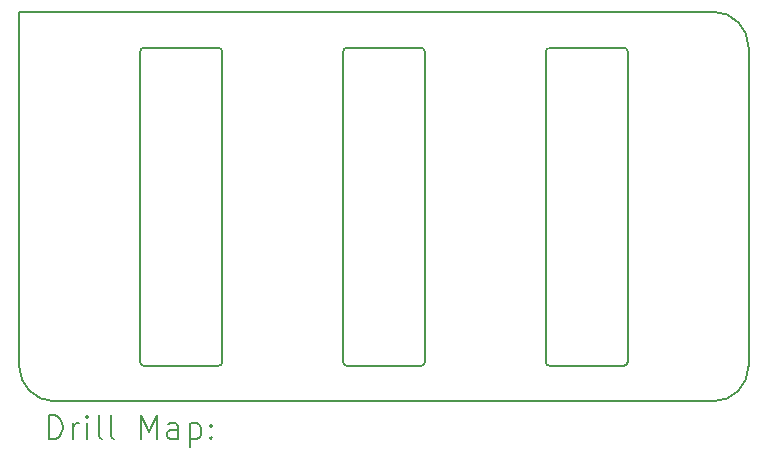
<source format=gbr>
%TF.GenerationSoftware,KiCad,Pcbnew,7.0.6-0*%
%TF.CreationDate,2023-10-14T16:49:45-04:00*%
%TF.ProjectId,TMU Board,544d5520-426f-4617-9264-2e6b69636164,1*%
%TF.SameCoordinates,Original*%
%TF.FileFunction,Drillmap*%
%TF.FilePolarity,Positive*%
%FSLAX45Y45*%
G04 Gerber Fmt 4.5, Leading zero omitted, Abs format (unit mm)*
G04 Created by KiCad (PCBNEW 7.0.6-0) date 2023-10-14 16:49:45*
%MOMM*%
%LPD*%
G01*
G04 APERTURE LIST*
%ADD10C,0.150000*%
%ADD11C,0.200000*%
G04 APERTURE END LIST*
D10*
X11330002Y-11869002D02*
X16905998Y-11869002D01*
X13773000Y-8906000D02*
X13773000Y-11536040D01*
X13804960Y-8874040D02*
G75*
G03*
X13773000Y-8906000I0J-31960D01*
G01*
X15520960Y-8874040D02*
G75*
G03*
X15489000Y-8906000I0J-31960D01*
G01*
X12748000Y-8906000D02*
X12748000Y-11537000D01*
X16905998Y-11869000D02*
G75*
G03*
X17206000Y-11569000I2J300000D01*
G01*
X14432000Y-11568000D02*
X13804960Y-11568000D01*
X12716040Y-11568960D02*
G75*
G03*
X12748000Y-11537000I-1J31960D01*
G01*
X14432000Y-11567999D02*
G75*
G03*
X14463959Y-11536040I0J31960D01*
G01*
X12086960Y-8874040D02*
X12716040Y-8874040D01*
X11030000Y-8906000D02*
X11030000Y-8571000D01*
X13804960Y-8874040D02*
X14432040Y-8874040D01*
X12055000Y-11537000D02*
G75*
G03*
X12086960Y-11568960I31960J0D01*
G01*
X12716040Y-11568960D02*
X12086960Y-11568960D01*
X12086960Y-8874040D02*
G75*
G03*
X12055000Y-8906000I0J-31960D01*
G01*
X14464000Y-8906000D02*
G75*
G03*
X14432040Y-8874040I-31960J0D01*
G01*
X11030000Y-8571000D02*
X16906000Y-8571000D01*
X16149020Y-11568000D02*
G75*
G03*
X16180980Y-11536040I0J31960D01*
G01*
X14463959Y-11536040D02*
X14463959Y-8906000D01*
X15489000Y-8906000D02*
X15489000Y-11536040D01*
X17206000Y-11569000D02*
X17206000Y-8871002D01*
X12055000Y-11537000D02*
X12055000Y-8906000D01*
X16180980Y-11536040D02*
X16180980Y-8906000D01*
X17206000Y-8871002D02*
G75*
G03*
X16906000Y-8571000I-300000J2D01*
G01*
X15488980Y-11536040D02*
G75*
G03*
X15520939Y-11568000I31960J0D01*
G01*
X13772960Y-11536040D02*
G75*
G03*
X13804919Y-11568000I31960J0D01*
G01*
X16181000Y-8906000D02*
G75*
G03*
X16149040Y-8874040I-31960J0D01*
G01*
X12748000Y-8906000D02*
G75*
G03*
X12716040Y-8874040I-31960J0D01*
G01*
X11029998Y-11569000D02*
G75*
G03*
X11330002Y-11869002I300002J0D01*
G01*
X15520960Y-8874040D02*
X16149040Y-8874040D01*
X16149020Y-11568000D02*
X15520980Y-11568000D01*
X11030000Y-11569000D02*
X11030000Y-8906000D01*
D11*
X11283277Y-12187985D02*
X11283277Y-11987985D01*
X11283277Y-11987985D02*
X11330896Y-11987985D01*
X11330896Y-11987985D02*
X11359467Y-11997509D01*
X11359467Y-11997509D02*
X11378515Y-12016557D01*
X11378515Y-12016557D02*
X11388039Y-12035604D01*
X11388039Y-12035604D02*
X11397562Y-12073700D01*
X11397562Y-12073700D02*
X11397562Y-12102271D01*
X11397562Y-12102271D02*
X11388039Y-12140366D01*
X11388039Y-12140366D02*
X11378515Y-12159414D01*
X11378515Y-12159414D02*
X11359467Y-12178462D01*
X11359467Y-12178462D02*
X11330896Y-12187985D01*
X11330896Y-12187985D02*
X11283277Y-12187985D01*
X11483277Y-12187985D02*
X11483277Y-12054652D01*
X11483277Y-12092747D02*
X11492801Y-12073700D01*
X11492801Y-12073700D02*
X11502324Y-12064176D01*
X11502324Y-12064176D02*
X11521372Y-12054652D01*
X11521372Y-12054652D02*
X11540420Y-12054652D01*
X11607086Y-12187985D02*
X11607086Y-12054652D01*
X11607086Y-11987985D02*
X11597562Y-11997509D01*
X11597562Y-11997509D02*
X11607086Y-12007033D01*
X11607086Y-12007033D02*
X11616610Y-11997509D01*
X11616610Y-11997509D02*
X11607086Y-11987985D01*
X11607086Y-11987985D02*
X11607086Y-12007033D01*
X11730896Y-12187985D02*
X11711848Y-12178462D01*
X11711848Y-12178462D02*
X11702324Y-12159414D01*
X11702324Y-12159414D02*
X11702324Y-11987985D01*
X11835658Y-12187985D02*
X11816610Y-12178462D01*
X11816610Y-12178462D02*
X11807086Y-12159414D01*
X11807086Y-12159414D02*
X11807086Y-11987985D01*
X12064229Y-12187985D02*
X12064229Y-11987985D01*
X12064229Y-11987985D02*
X12130896Y-12130842D01*
X12130896Y-12130842D02*
X12197562Y-11987985D01*
X12197562Y-11987985D02*
X12197562Y-12187985D01*
X12378515Y-12187985D02*
X12378515Y-12083223D01*
X12378515Y-12083223D02*
X12368991Y-12064176D01*
X12368991Y-12064176D02*
X12349943Y-12054652D01*
X12349943Y-12054652D02*
X12311848Y-12054652D01*
X12311848Y-12054652D02*
X12292801Y-12064176D01*
X12378515Y-12178462D02*
X12359467Y-12187985D01*
X12359467Y-12187985D02*
X12311848Y-12187985D01*
X12311848Y-12187985D02*
X12292801Y-12178462D01*
X12292801Y-12178462D02*
X12283277Y-12159414D01*
X12283277Y-12159414D02*
X12283277Y-12140366D01*
X12283277Y-12140366D02*
X12292801Y-12121319D01*
X12292801Y-12121319D02*
X12311848Y-12111795D01*
X12311848Y-12111795D02*
X12359467Y-12111795D01*
X12359467Y-12111795D02*
X12378515Y-12102271D01*
X12473753Y-12054652D02*
X12473753Y-12254652D01*
X12473753Y-12064176D02*
X12492801Y-12054652D01*
X12492801Y-12054652D02*
X12530896Y-12054652D01*
X12530896Y-12054652D02*
X12549943Y-12064176D01*
X12549943Y-12064176D02*
X12559467Y-12073700D01*
X12559467Y-12073700D02*
X12568991Y-12092747D01*
X12568991Y-12092747D02*
X12568991Y-12149890D01*
X12568991Y-12149890D02*
X12559467Y-12168938D01*
X12559467Y-12168938D02*
X12549943Y-12178462D01*
X12549943Y-12178462D02*
X12530896Y-12187985D01*
X12530896Y-12187985D02*
X12492801Y-12187985D01*
X12492801Y-12187985D02*
X12473753Y-12178462D01*
X12654705Y-12168938D02*
X12664229Y-12178462D01*
X12664229Y-12178462D02*
X12654705Y-12187985D01*
X12654705Y-12187985D02*
X12645182Y-12178462D01*
X12645182Y-12178462D02*
X12654705Y-12168938D01*
X12654705Y-12168938D02*
X12654705Y-12187985D01*
X12654705Y-12064176D02*
X12664229Y-12073700D01*
X12664229Y-12073700D02*
X12654705Y-12083223D01*
X12654705Y-12083223D02*
X12645182Y-12073700D01*
X12645182Y-12073700D02*
X12654705Y-12064176D01*
X12654705Y-12064176D02*
X12654705Y-12083223D01*
M02*

</source>
